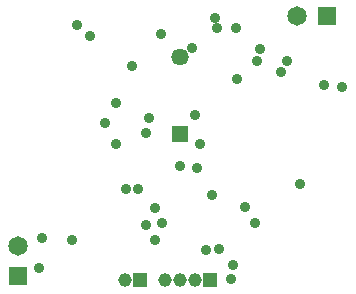
<source format=gbs>
G04*
G04 #@! TF.GenerationSoftware,Altium Limited,Altium Designer,18.0.9 (584)*
G04*
G04 Layer_Color=16711935*
%FSLAX25Y25*%
%MOIN*%
G70*
G01*
G75*
%ADD48C,0.05740*%
%ADD49R,0.05740X0.05740*%
%ADD50R,0.04528X0.04528*%
%ADD51C,0.04528*%
%ADD52C,0.06496*%
%ADD53R,0.06496X0.06496*%
%ADD54R,0.06496X0.06496*%
%ADD55C,0.03591*%
D48*
X159500Y178795D02*
D03*
D49*
Y153205D02*
D03*
D50*
X146000Y104500D02*
D03*
X169500D02*
D03*
D51*
X141000D02*
D03*
X164500D02*
D03*
X159500D02*
D03*
X154500D02*
D03*
D52*
X198500Y192500D02*
D03*
X105500Y116000D02*
D03*
D53*
X208500Y192500D02*
D03*
D54*
X105500Y106000D02*
D03*
D55*
X178500Y171500D02*
D03*
X185000Y177500D02*
D03*
X172500Y114890D02*
D03*
X125000Y189500D02*
D03*
X186000Y181500D02*
D03*
X177000Y109500D02*
D03*
X184500Y123500D02*
D03*
X148000Y123000D02*
D03*
X151000Y128500D02*
D03*
X153000Y186500D02*
D03*
X163500Y182000D02*
D03*
X166000Y150000D02*
D03*
X165000Y142000D02*
D03*
X164500Y159500D02*
D03*
X153500Y123500D02*
D03*
X151000Y118000D02*
D03*
X145500Y135000D02*
D03*
X159500Y142500D02*
D03*
X199500Y136500D02*
D03*
X134500Y157000D02*
D03*
X138000Y163500D02*
D03*
X149000Y158500D02*
D03*
X138000Y150000D02*
D03*
X112500Y108500D02*
D03*
X113500Y118500D02*
D03*
X123500Y118000D02*
D03*
X143500Y176000D02*
D03*
X207500Y169500D02*
D03*
X193000Y174000D02*
D03*
X195000Y177500D02*
D03*
X213500Y169000D02*
D03*
X178100Y188400D02*
D03*
X171600D02*
D03*
X171000Y192000D02*
D03*
X181000Y129000D02*
D03*
X148000Y153500D02*
D03*
X170000Y133000D02*
D03*
X168000Y114500D02*
D03*
X141500Y135000D02*
D03*
X129500Y186000D02*
D03*
X176500Y105000D02*
D03*
M02*

</source>
